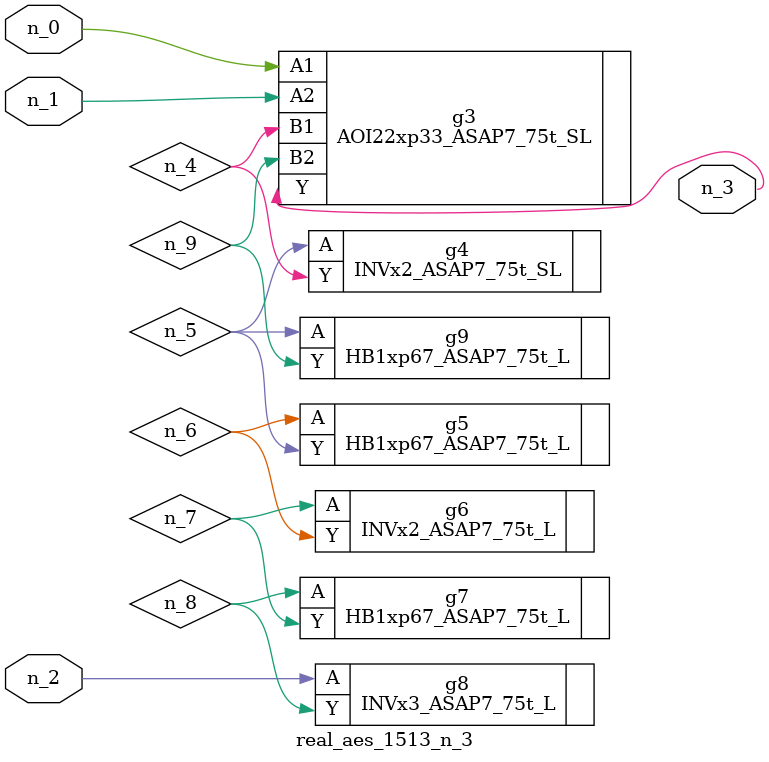
<source format=v>
module real_aes_1513_n_3 (n_0, n_2, n_1, n_3);
input n_0;
input n_2;
input n_1;
output n_3;
wire n_4;
wire n_5;
wire n_7;
wire n_9;
wire n_6;
wire n_8;
AOI22xp33_ASAP7_75t_SL g3 ( .A1(n_0), .A2(n_1), .B1(n_4), .B2(n_9), .Y(n_3) );
INVx3_ASAP7_75t_L g8 ( .A(n_2), .Y(n_8) );
INVx2_ASAP7_75t_SL g4 ( .A(n_5), .Y(n_4) );
HB1xp67_ASAP7_75t_L g9 ( .A(n_5), .Y(n_9) );
HB1xp67_ASAP7_75t_L g5 ( .A(n_6), .Y(n_5) );
INVx2_ASAP7_75t_L g6 ( .A(n_7), .Y(n_6) );
HB1xp67_ASAP7_75t_L g7 ( .A(n_8), .Y(n_7) );
endmodule
</source>
